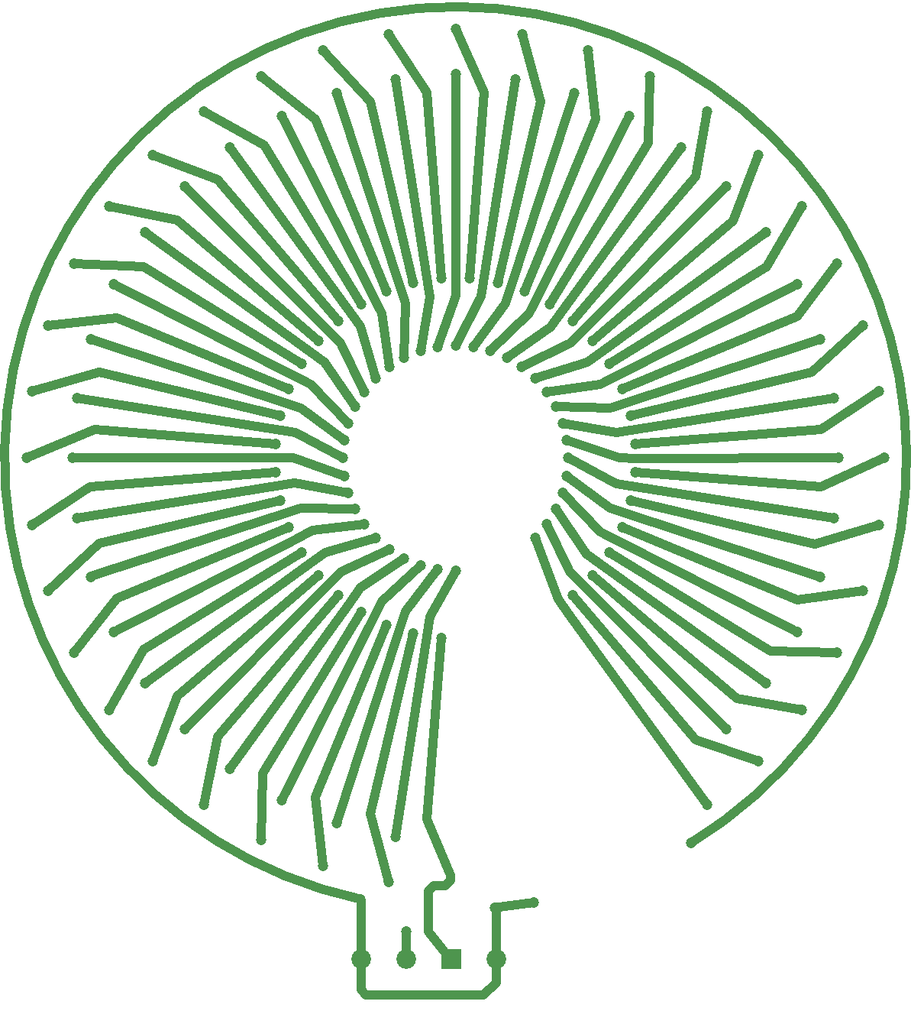
<source format=gbr>
%TF.GenerationSoftware,Altium Limited,Altium Designer,21.9.2 (33)*%
G04 Layer_Physical_Order=2*
G04 Layer_Color=16711680*
%FSLAX45Y45*%
%MOMM*%
%TF.SameCoordinates,587BC58A-32DF-419A-8411-CC1EB37CAFE9*%
%TF.FilePolarity,Positive*%
%TF.FileFunction,Copper,L2,Bot,Signal*%
%TF.Part,Single*%
G01*
G75*
%TA.AperFunction,Conductor*%
%ADD10C,1.00000*%
%TA.AperFunction,ViaPad*%
%ADD11C,2.17500*%
%ADD12R,2.17500X2.17500*%
%ADD13C,1.20000*%
D10*
X-199991Y-4738043D02*
G03*
X-200001Y-4738043I-8J-100000D01*
G01*
X437032Y-4980773D02*
G03*
X869304Y-4923864I-435587J4978783D01*
G01*
X2612489Y-4263194D02*
G03*
X-1047644Y-4889004I-2612489J4263194D01*
G01*
X-550000Y-5550000D02*
Y-5250000D01*
X-270710Y-4767332D02*
X-241421Y-4738043D01*
X-199991D02*
X-196969D01*
X-157692Y-4740426D01*
X-113241D01*
X-54662Y-4681847D01*
Y-4620224D01*
X-62504Y-4601607D02*
X-54662Y-4620224D01*
X-314981Y-4002216D02*
X-62504Y-4601607D01*
X-314981Y-4002216D02*
X-156918Y-1993834D01*
X-945453Y-3938093D02*
X-743063Y-4691513D01*
X-945453Y-3938093D02*
X-466891Y-1944739D01*
X-1554144Y-3752035D02*
X-1467829Y-4517512D01*
X-1554144Y-3752035D02*
X-765367Y-1847758D01*
X-2156452Y-4232275D02*
X-2142242Y-3495820D01*
X-1044997Y-1705280D01*
X-2791976Y-3842825D02*
X-2637518Y-3088137D01*
X-1298896Y-1520811D01*
X-3358753Y-3358753D02*
X-3088137Y-2637518D01*
X-1520811Y-1298896D01*
X-3842825Y-2791976D02*
X-3462715Y-2121955D01*
X-1705280Y-1044997D01*
X-4232275Y-2156452D02*
X-3752030Y-1554142D01*
X-1847758Y-765367D01*
X-4517512Y-1467829D02*
X-3948963Y-948062D01*
X-1944739Y-466891D01*
X-4691513Y-743063D02*
X-4048649Y-318636D01*
X-1993834Y-156918D01*
X-4749994Y0D02*
X-4002216Y314981D01*
X-1993834Y156918D01*
X-4691513Y743063D02*
X-3948958Y948061D01*
X-1944739Y466891D01*
X-4517512Y1467829D02*
X-3752030Y1554142D01*
X-1847758Y765367D01*
X-4232275Y2156452D02*
X-3462715Y2121954D01*
X-1705280Y1044997D01*
X-3842825Y2791976D02*
X-3088137Y2637517D01*
X-1520811Y1298896D01*
X-3358753Y3358753D02*
X-2637518Y3088136D01*
X-1298896Y1520811D01*
X-2791976Y3842825D02*
X-2121957Y3462719D01*
X-1044997Y1705280D01*
X-2156452Y4232275D02*
X-1554142Y3752030D01*
X-765367Y1847758D01*
X-1467829Y4517512D02*
X-948062Y3948962D01*
X-466891Y1944739D01*
X-743063Y4691513D02*
X-318636Y4048653D01*
X-156918Y1993834D01*
X0Y4749994D02*
X318636Y4048653D01*
X156918Y1993834D02*
X318636Y4048653D01*
X743063Y4691513D02*
X948061Y3948958D01*
X466891Y1944739D02*
X948061Y3948958D01*
X1467829Y4517512D02*
X1554142Y3752030D01*
X765367Y1847758D02*
X1554142Y3752030D01*
X2133984Y3487564D02*
X2156452Y4232275D01*
X1044997Y1705280D02*
X2133984Y3487564D01*
X2661324Y3116252D02*
X2791976Y3842825D01*
X1298896Y1520811D02*
X2661324Y3116252D01*
X3079640Y2630261D02*
X3358753Y3358753D01*
X1520811Y1298896D02*
X3079640Y2630261D01*
X3453188Y2116116D02*
X3842825Y2791976D01*
X1705280Y1044997D02*
X3453188Y2116116D01*
X3787901Y1569000D02*
X4232275Y2156452D01*
X1847758Y765367D02*
X3787901Y1569000D01*
X3948962Y948062D02*
X4517512Y1467829D01*
X1944739Y466891D02*
X3948962Y948062D01*
X4048648Y318635D02*
X4691513Y743063D01*
X1993834Y156918D02*
X4048648Y318635D01*
Y-318636D02*
X4749994Y0D01*
X1993834Y-156918D02*
X4048648Y-318636D01*
X3986712Y-957125D02*
X4691513Y-743063D01*
X1944739Y-466891D02*
X3986712Y-957125D01*
X3787901Y-1569000D02*
X4517512Y-1467829D01*
X1847758Y-765367D02*
X3787901Y-1569000D01*
X3495825Y-2142244D02*
X4232275Y-2156452D01*
X1705280Y-1044997D02*
X3495825Y-2142244D01*
X3117660Y-2662734D02*
X3842825Y-2791976D01*
X1520811Y-1298896D02*
X3117660Y-2662734D01*
X2662734Y-3117661D02*
X3358753Y-3358753D01*
X1298896Y-1520811D02*
X2662734Y-3117661D01*
X1259451Y-1729733D02*
X2791787Y-3842963D01*
X1141225Y-1564475D02*
X1259451Y-1729733D01*
X883883Y-883883D02*
X1141225Y-1564475D01*
X883883Y-883883D02*
X883888Y-883881D01*
X3005200Y-3005200D02*
Y-3000842D01*
X1265446Y-1261088D02*
X3005200Y-3000842D01*
X1265446Y-1261088D02*
Y-1257678D01*
X1011271Y-734732D02*
X1265446Y-1257678D01*
X1454251Y-1060744D02*
X3438319Y-2498085D01*
X1113758Y-567488D02*
X1454251Y-1060744D01*
X1603810Y-817183D02*
X3786774Y-1929458D01*
X1188820Y-386271D02*
X1603810Y-817183D01*
X1710863Y-559438D02*
X4041986Y-1313321D01*
X1234610Y-195543D02*
X1710863Y-559438D01*
X1777837Y-281582D02*
X4197671Y-664846D01*
X1250000Y0D02*
X1777837Y-281582D01*
X2000319Y-3095D02*
X4249996Y0D01*
X1817596Y-272D02*
X2000319Y-3095D01*
X1234610Y195543D02*
X1817596Y-272D01*
X1777835Y281580D02*
X4197671Y664846D01*
X4197671D02*
X4197671D01*
X1188820Y386271D02*
X1777835Y281580D01*
X1712965Y552968D02*
X4041986Y1313321D01*
X1113758Y567488D02*
X1712965Y552968D01*
X1603838Y817128D02*
X3786774Y1929458D01*
X1011271Y734731D02*
X1603838Y817128D01*
X1638215Y1190233D02*
X3438319Y2498085D01*
X1638213Y1190232D02*
X1638215Y1190233D01*
X1634589Y1187470D02*
X1638213Y1190232D01*
X1456229Y1058013D02*
X1634589Y1187470D01*
X883883Y883883D02*
X1456229Y1058013D01*
X1272834Y1272749D02*
X3005201Y3005201D01*
X734731Y1011271D02*
X1272834Y1272749D01*
X1055481Y1452641D02*
X2498085Y3438319D01*
Y3438318D02*
Y3438319D01*
X567488Y1113758D02*
X1055481Y1452641D01*
X817236Y1603783D02*
X1929458Y3786774D01*
X386271Y1188821D02*
X817236Y1603783D01*
X556287Y1711883D02*
X1313321Y4041986D01*
X195543Y1234610D02*
X556287Y1711883D01*
X283011Y1786482D02*
X664846Y4197671D01*
Y4197671D02*
Y4197671D01*
X0Y1250000D02*
X283011Y1786482D01*
X0Y4249996D02*
X60Y1799999D01*
X-195543Y1234610D02*
X60Y1799999D01*
X-664846Y4197671D02*
X-281523Y1777847D01*
X-386271Y1188821D02*
X-281523Y1777847D01*
X-1313320Y4041984D02*
X-556173Y1711919D01*
X-567488Y1113758D02*
X-556173Y1711919D01*
X-1929457Y3786772D02*
X-1929456Y3786772D01*
X-1929457Y3786772D02*
X-817490Y1604544D01*
X-734732Y1011271D01*
X-2498083Y3438317D02*
X-1057965Y1456265D01*
X-883883Y883883D01*
X-3005199Y3005199D02*
X-1272732Y1272851D01*
X-1011271Y734731D01*
X-3438317Y2498083D02*
X-1456195Y1058062D01*
X-1113758Y567488D01*
X-3786772Y1929457D02*
X-1603784Y817236D01*
X-1188820Y386271D01*
X-4041984Y1313320D02*
X-1711882Y556287D01*
X-1234610Y195543D01*
X-4197669Y664846D02*
X-1777828Y281641D01*
X-1250000Y0D01*
X-4249994D02*
X-1799998D01*
X-1234610Y-195543D01*
X-4197669Y-664846D02*
X-1778348Y-278385D01*
X-1188821Y-386271D01*
X-4042082Y-1313026D02*
X-1712939Y-553051D01*
X-1113758Y-567488D01*
X-3786915Y-1929182D02*
X-1772571Y-899677D01*
X-1591563Y-804464D01*
X-1011271Y-734731D01*
X-3438319Y-2498085D02*
X-1620164Y-1173293D01*
X-1446156Y-1043583D01*
X-883883Y-883883D01*
X-3005201Y-3005201D02*
X-1430973Y-1422727D01*
X-1264843Y-1256438D01*
X-734731Y-1011271D01*
X-2498085Y-3438319D02*
X-1188946Y-1626512D01*
X-1052714Y-1438813D01*
X-567488Y-1113758D01*
X-1929458Y-3786774D02*
X-921290Y-1795289D01*
X-814677Y-1585802D01*
X-386271Y-1188820D01*
X-1313321Y-4041986D02*
X-621077Y-1901462D01*
X-556562Y-1694305D01*
X-195543Y-1234610D01*
X-664846Y-4197671D02*
X-315976Y-1975209D01*
X-284662Y-1760511D01*
X0Y-1250000D01*
X311721Y-5950000D02*
X450000Y-5811721D01*
Y-5550000D01*
X-991420Y-5950000D02*
X311721Y-5950000D01*
X-1050000Y-5891421D02*
X-991420Y-5950000D01*
X-1050000Y-5850000D02*
Y-5550000D01*
Y-5850000D02*
X-1050000Y-5891421D01*
X-300000Y-5250000D02*
Y-4796622D01*
X-241421Y-4738043D02*
X-200001D01*
X-300000Y-4796622D02*
X-270711Y-4767333D01*
X450000Y-5550000D02*
Y-4992794D01*
X-300000Y-5250000D02*
X-108750Y-5491250D01*
X-50000Y-5550000D01*
X-1050000D02*
Y-4900000D01*
D11*
Y-5550000D02*
D03*
X450000D02*
D03*
X-550000D02*
D03*
D12*
X-50000D02*
D03*
D13*
X-550000Y-5250000D02*
D03*
X-156918Y-1993834D02*
D03*
X-743063Y-4691513D02*
D03*
X-466891Y-1944739D02*
D03*
X-1467829Y-4517512D02*
D03*
X-765367Y-1847758D02*
D03*
X-2156452Y-4232275D02*
D03*
X-1044997Y-1705280D02*
D03*
X-2791976Y-3842825D02*
D03*
X-1298896Y-1520811D02*
D03*
X-3358753Y-3358753D02*
D03*
X-1520811Y-1298896D02*
D03*
X-3842825Y-2791976D02*
D03*
X-1705280Y-1044997D02*
D03*
X-4232275Y-2156452D02*
D03*
X-1847758Y-765367D02*
D03*
X-4517512Y-1467829D02*
D03*
X-1944739Y-466891D02*
D03*
X-4691513Y-743063D02*
D03*
X-1993834Y-156918D02*
D03*
X-4749994Y0D02*
D03*
X-1993834Y156918D02*
D03*
X-4691513Y743063D02*
D03*
X-1944739Y466891D02*
D03*
X-4517512Y1467829D02*
D03*
X-1847758Y765367D02*
D03*
X-4232275Y2156452D02*
D03*
X-1705280Y1044997D02*
D03*
X-3842825Y2791976D02*
D03*
X-1520811Y1298896D02*
D03*
X-3358753Y3358753D02*
D03*
X-1298896Y1520811D02*
D03*
X-2791976Y3842825D02*
D03*
X-1044997Y1705280D02*
D03*
X-2156452Y4232275D02*
D03*
X-765367Y1847758D02*
D03*
X-1467829Y4517512D02*
D03*
X-466891Y1944739D02*
D03*
X-743063Y4691513D02*
D03*
X-156918Y1993834D02*
D03*
X0Y4749994D02*
D03*
X156918Y1993834D02*
D03*
X743063Y4691513D02*
D03*
X466891Y1944739D02*
D03*
X1467829Y4517512D02*
D03*
X765367Y1847758D02*
D03*
X2156452Y4232275D02*
D03*
X1044997Y1705280D02*
D03*
X2791976Y3842825D02*
D03*
X1298896Y1520811D02*
D03*
X3358753Y3358753D02*
D03*
X1520811Y1298896D02*
D03*
X3842825Y2791976D02*
D03*
X1705280Y1044997D02*
D03*
X4232275Y2156452D02*
D03*
X1847758Y765367D02*
D03*
X4517512Y1467829D02*
D03*
X1944739Y466891D02*
D03*
X4691513Y743063D02*
D03*
X1993834Y156918D02*
D03*
X4749994Y0D02*
D03*
X1993834Y-156918D02*
D03*
X4691513Y-743063D02*
D03*
X1944739Y-466891D02*
D03*
X4517512Y-1467829D02*
D03*
X1847758Y-765367D02*
D03*
X4232275Y-2156452D02*
D03*
X1705280Y-1044997D02*
D03*
X3842825Y-2791976D02*
D03*
X1520811Y-1298896D02*
D03*
X3358753Y-3358753D02*
D03*
X1298896Y-1520811D02*
D03*
X2791976Y-3842825D02*
D03*
X883883Y-883883D02*
D03*
X3005200Y-3005200D02*
D03*
X1011271Y-734732D02*
D03*
X3438319Y-2498085D02*
D03*
X1113758Y-567488D02*
D03*
X3786774Y-1929458D02*
D03*
X1188820Y-386271D02*
D03*
X4041986Y-1313321D02*
D03*
X1234610Y-195543D02*
D03*
X4197671Y-664846D02*
D03*
X1250000Y0D02*
D03*
X4249996D02*
D03*
X1234610Y195543D02*
D03*
X4197671Y664846D02*
D03*
X1188820Y386271D02*
D03*
X4041986Y1313321D02*
D03*
X1113758Y567488D02*
D03*
X3786774Y1929458D02*
D03*
X1011271Y734731D02*
D03*
X3438319Y2498085D02*
D03*
X883883Y883883D02*
D03*
X3005201Y3005201D02*
D03*
X734731Y1011271D02*
D03*
X2498085Y3438319D02*
D03*
X567488Y1113758D02*
D03*
X1929458Y3786774D02*
D03*
X386271Y1188821D02*
D03*
X1313321Y4041986D02*
D03*
X195543Y1234610D02*
D03*
X664846Y4197671D02*
D03*
X0Y1250000D02*
D03*
Y4249996D02*
D03*
X-195543Y1234610D02*
D03*
X-664846Y4197671D02*
D03*
X-386271Y1188821D02*
D03*
X-1313320Y4041984D02*
D03*
X-567488Y1113758D02*
D03*
X-1929457Y3786772D02*
D03*
X-734732Y1011271D02*
D03*
X-2498083Y3438317D02*
D03*
X-883883Y883883D02*
D03*
X-3005199Y3005199D02*
D03*
X-1011271Y734731D02*
D03*
X-3438317Y2498083D02*
D03*
X-1113758Y567488D02*
D03*
X-3786772Y1929457D02*
D03*
X-1188820Y386271D02*
D03*
X-4041984Y1313320D02*
D03*
X-1234610Y195543D02*
D03*
X-4197669Y664846D02*
D03*
X-1250000Y0D02*
D03*
X-4249994D02*
D03*
X-1234610Y-195543D02*
D03*
X-4197669Y-664846D02*
D03*
X-1188821Y-386271D02*
D03*
X-4041986Y-1313320D02*
D03*
X-1113758Y-567488D02*
D03*
X-3786774Y-1929457D02*
D03*
X-1011271Y-734731D02*
D03*
X-3438319Y-2498085D02*
D03*
X-883883Y-883883D02*
D03*
X-3005201Y-3005201D02*
D03*
X-734731Y-1011271D02*
D03*
X-2498085Y-3438319D02*
D03*
X-567488Y-1113758D02*
D03*
X-1929458Y-3786774D02*
D03*
X-386271Y-1188820D02*
D03*
X-1313321Y-4041986D02*
D03*
X-195543Y-1234610D02*
D03*
X-664846Y-4197671D02*
D03*
X0Y-1250000D02*
D03*
X-1054166Y-4889289D02*
D03*
X437032Y-4980773D02*
D03*
X869304Y-4923864D02*
D03*
X2612493Y-4263201D02*
D03*
%TF.MD5,bc63a0caa30d41cdcec449ee3c520d8b*%
M02*

</source>
